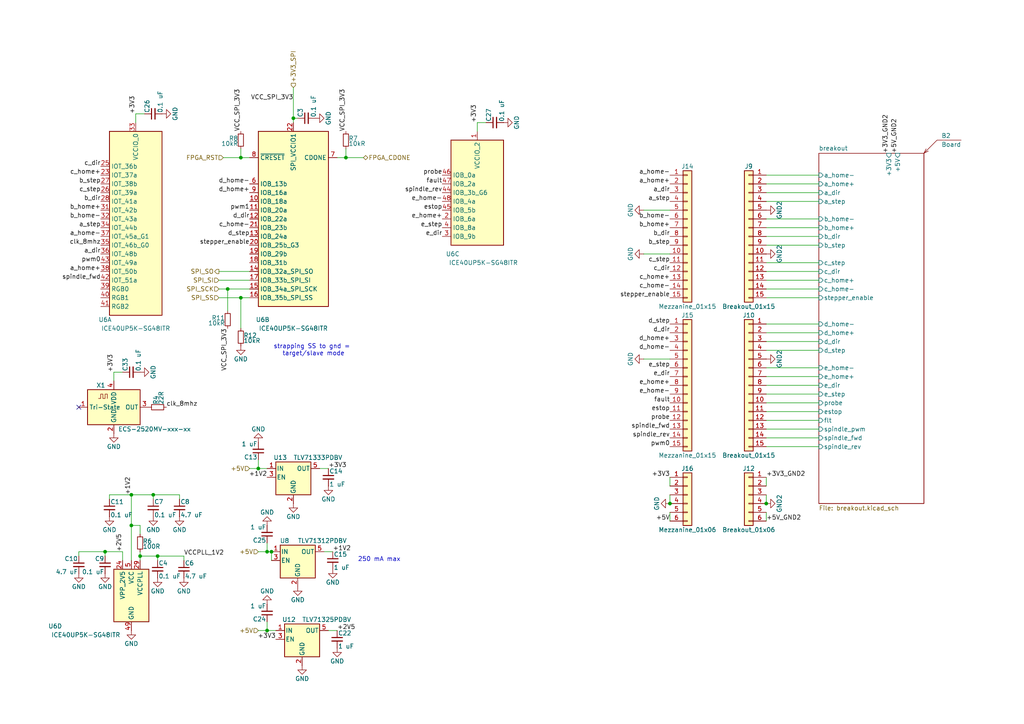
<source format=kicad_sch>
(kicad_sch (version 20231120) (generator "eeschema") (generator_version "8.0")
  (paper "A4")
  (lib_symbols
    (symbol "Connector_Generic:Conn_01x06" (pin_names (offset 1.016) hide)
      (property "Reference" "J" (at 0 7.62 0))
      (property "Value" "Conn_01x06" (at 0 -10.16 0))
      (symbol "Conn_01x06_1_1"
        (rectangle (start -1.27 -7.493) (end 0 -7.747) (stroke (width 0.1524)))
        (rectangle (start -1.27 -4.953) (end 0 -5.207) (stroke (width 0.1524)))
        (rectangle (start -1.27 -2.413) (end 0 -2.667) (stroke (width 0.1524)))
        (rectangle (start -1.27 0.127) (end 0 -0.127) (stroke (width 0.1524)))
        (rectangle (start -1.27 2.667) (end 0 2.413) (stroke (width 0.1524)))
        (rectangle (start -1.27 5.207) (end 0 4.953) (stroke (width 0.1524)))
        (rectangle (start -1.27 6.35) (end 1.27 -8.89) (stroke (width 0.254)) (fill (type background)))
        (pin passive line (at -5.08 5.08 0) (length 3.81) (name "Pin_1") (number "1"))
        (pin passive line (at -5.08 2.54 0) (length 3.81) (name "Pin_2") (number "2"))
        (pin passive line (at -5.08 0 0) (length 3.81) (name "Pin_3") (number "3"))
        (pin passive line (at -5.08 -2.54 0) (length 3.81) (name "Pin_4") (number "4"))
        (pin passive line (at -5.08 -5.08 0) (length 3.81) (name "Pin_5") (number "5"))
        (pin passive line (at -5.08 -7.62 0) (length 3.81) (name "Pin_6") (number "6"))
      )
    )
    (symbol "Connector_Generic:Conn_01x15" (pin_names (offset 1.016) hide)
      (property "Reference" "J" (at 0 20.32 0))
      (property "Value" "Conn_01x15" (at 0 -20.32 0))
      (symbol "Conn_01x15_1_1"
        (rectangle (start -1.27 -17.653) (end 0 -17.907) (stroke (width 0.1524)))
        (rectangle (start -1.27 -15.113) (end 0 -15.367) (stroke (width 0.1524)))
        (rectangle (start -1.27 -12.573) (end 0 -12.827) (stroke (width 0.1524)))
        (rectangle (start -1.27 -10.033) (end 0 -10.287) (stroke (width 0.1524)))
        (rectangle (start -1.27 -7.493) (end 0 -7.747) (stroke (width 0.1524)))
        (rectangle (start -1.27 -4.953) (end 0 -5.207) (stroke (width 0.1524)))
        (rectangle (start -1.27 -2.413) (end 0 -2.667) (stroke (width 0.1524)))
        (rectangle (start -1.27 0.127) (end 0 -0.127) (stroke (width 0.1524)))
        (rectangle (start -1.27 2.667) (end 0 2.413) (stroke (width 0.1524)))
        (rectangle (start -1.27 5.207) (end 0 4.953) (stroke (width 0.1524)))
        (rectangle (start -1.27 7.747) (end 0 7.493) (stroke (width 0.1524)))
        (rectangle (start -1.27 10.287) (end 0 10.033) (stroke (width 0.1524)))
        (rectangle (start -1.27 12.827) (end 0 12.573) (stroke (width 0.1524)))
        (rectangle (start -1.27 15.367) (end 0 15.113) (stroke (width 0.1524)))
        (rectangle (start -1.27 17.907) (end 0 17.653) (stroke (width 0.1524)))
        (rectangle (start -1.27 19.05) (end 1.27 -19.05) (stroke (width 0.254)) (fill (type background)))
        (pin passive line (at -5.08 17.78 0) (length 3.81) (name "Pin_1") (number "1"))
        (pin passive line (at -5.08 -5.08 0) (length 3.81) (name "Pin_10") (number "10"))
        (pin passive line (at -5.08 -7.62 0) (length 3.81) (name "Pin_11") (number "11"))
        (pin passive line (at -5.08 -10.16 0) (length 3.81) (name "Pin_12") (number "12"))
        (pin passive line (at -5.08 -12.7 0) (length 3.81) (name "Pin_13") (number "13"))
        (pin passive line (at -5.08 -15.24 0) (length 3.81) (name "Pin_14") (number "14"))
        (pin passive line (at -5.08 -17.78 0) (length 3.81) (name "Pin_15") (number "15"))
        (pin passive line (at -5.08 15.24 0) (length 3.81) (name "Pin_2") (number "2"))
        (pin passive line (at -5.08 12.7 0) (length 3.81) (name "Pin_3") (number "3"))
        (pin passive line (at -5.08 10.16 0) (length 3.81) (name "Pin_4") (number "4"))
        (pin passive line (at -5.08 7.62 0) (length 3.81) (name "Pin_5") (number "5"))
        (pin passive line (at -5.08 5.08 0) (length 3.81) (name "Pin_6") (number "6"))
        (pin passive line (at -5.08 2.54 0) (length 3.81) (name "Pin_7") (number "7"))
        (pin passive line (at -5.08 0 0) (length 3.81) (name "Pin_8") (number "8"))
        (pin passive line (at -5.08 -2.54 0) (length 3.81) (name "Pin_9") (number "9"))
      )
    )
    (symbol "Device:C_Small" (pin_numbers hide) (pin_names (offset 0.254) hide)
      (property "Reference" "C" (at 0.254 1.778 0))
      (property "Value" "C_Small" (at 0.254 -2.032 0))
      (symbol "C_Small_0_1"
        (polyline (pts (xy -1.524 -0.508) (xy 1.524 -0.508)) (stroke (width 0.3302)))
        (polyline (pts (xy -1.524 0.508) (xy 1.524 0.508)) (stroke (width 0.3048)))
      )
      (symbol "C_Small_1_1"
        (pin passive line (at 0 2.54 270) (length 2.032) (name "~") (number "1"))
        (pin passive line (at 0 -2.54 90) (length 2.032) (name "~") (number "2"))
      )
    )
    (symbol "Device:R_Small" (pin_numbers hide) (pin_names (offset 0.254) hide)
      (property "Reference" "R" (at 0.762 0.508 0))
      (property "Value" "R_Small" (at 0.762 -1.016 0))
      (symbol "R_Small_0_1"
        (rectangle (start -0.762 1.778) (end 0.762 -1.778) (stroke (width 0.2032)))
      )
      (symbol "R_Small_1_1"
        (pin passive line (at 0 2.54 270) (length 0.762) (name "~") (number "1"))
        (pin passive line (at 0 -2.54 90) (length 0.762) (name "~") (number "2"))
      )
    )
    (symbol "FPGA_Lattice:ICE40UP5K-SG48ITR"
      (property "Reference" "U" (at -8.89 -29.21 0))
      (property "Value" "ICE40UP5K-SG48ITR" (at 0 -31.75 0))
      (symbol "ICE40UP5K-SG48ITR_1_1"
        (rectangle (start -7.62 25.4) (end 7.62 -27.94) (stroke (width 0.254)) (fill (type background)))
        (pin bidirectional line (at -10.16 12.7 0) (length 2.54) (name "IOT_37a") (number "23"))
        (pin bidirectional line (at -10.16 15.24 0) (length 2.54) (name "IOT_36b") (number "25"))
        (pin bidirectional line (at -10.16 7.62 0) (length 2.54) (name "IOT_39a") (number "26"))
        (pin bidirectional line (at -10.16 10.16 0) (length 2.54) (name "IOT_38b") (number "27"))
        (pin bidirectional line (at -10.16 5.08 0) (length 2.54) (name "IOT_41a") (number "28"))
        (pin bidirectional line (at -10.16 2.54 0) (length 2.54) (name "IOT_42b") (number "31"))
        (pin bidirectional line (at -10.16 0 0) (length 2.54) (name "IOT_43a") (number "32"))
        (pin power_in line (at 0 27.94 270) (length 2.54) (name "VCCIO_0") (number "33"))
        (pin bidirectional line (at -10.16 -2.54 0) (length 2.54) (name "IOT_44b") (number "34"))
        (pin bidirectional line (at -10.16 -7.62 0) (length 2.54) (name "IOT_46b_G0") (number "35"))
        (pin bidirectional line (at -10.16 -10.16 0) (length 2.54) (name "IOT_48b") (number "36"))
        (pin bidirectional line (at -10.16 -5.08 0) (length 2.54) (name "IOT_45a_G1") (number "37"))
        (pin bidirectional line (at -10.16 -15.24 0) (length 2.54) (name "IOT_50b") (number "38"))
        (pin open_collector line (at -10.16 -20.32 0) (length 2.54) (name "RGB0") (number "39"))
        (pin open_collector line (at -10.16 -22.86 0) (length 2.54) (name "RGB1") (number "40"))
        (pin open_collector line (at -10.16 -25.4 0) (length 2.54) (name "RGB2") (number "41"))
        (pin bidirectional line (at -10.16 -17.78 0) (length 2.54) (name "IOT_51a") (number "42"))
        (pin bidirectional line (at -10.16 -12.7 0) (length 2.54) (name "IOT_49a") (number "43"))
      )
      (symbol "ICE40UP5K-SG48ITR_2_1"
        (rectangle (start -10.16 25.4) (end 10.16 -25.4) (stroke (width 0.254)) (fill (type background)))
        (pin bidirectional line (at -12.7 5.08 0) (length 2.54) (name "IOB_18a") (number "10"))
        (pin bidirectional line (at -12.7 2.54 0) (length 2.54) (name "IOB_20a") (number "11"))
        (pin bidirectional line (at -12.7 0 0) (length 2.54) (name "IOB_22a") (number "12"))
        (pin bidirectional line (at -12.7 -5.08 0) (length 2.54) (name "IOB_24a") (number "13"))
        (pin bidirectional line (at -12.7 -15.24 0) (length 2.54) (name "IOB_32a_SPI_SO") (number "14"))
        (pin bidirectional line (at -12.7 -20.32 0) (length 2.54) (name "IOB_34a_SPI_SCK") (number "15"))
        (pin bidirectional line (at -12.7 -22.86 0) (length 2.54) (name "IOB_35b_SPI_SS") (number "16"))
        (pin bidirectional line (at -12.7 -17.78 0) (length 2.54) (name "IOB_33b_SPI_SI") (number "17"))
        (pin bidirectional line (at -12.7 -12.7 0) (length 2.54) (name "IOB_31b") (number "18"))
        (pin bidirectional line (at -12.7 -10.16 0) (length 2.54) (name "IOB_29b") (number "19"))
        (pin bidirectional line (at -12.7 -7.62 0) (length 2.54) (name "IOB_25b_G3") (number "20"))
        (pin bidirectional line (at -12.7 -2.54 0) (length 2.54) (name "IOB_23b") (number "21"))
        (pin power_in line (at 0 27.94 270) (length 2.54) (name "SPI_VCCIO1") (number "22"))
        (pin bidirectional line (at -12.7 10.16 0) (length 2.54) (name "IOB_13b") (number "6"))
        (pin open_collector line (at 12.7 17.78 180) (length 2.54) (name "CDONE") (number "7"))
        (pin input line (at -12.7 17.78 0) (length 2.54) (name "~{CRESET}") (number "8"))
        (pin bidirectional line (at -12.7 7.62 0) (length 2.54) (name "IOB_16a") (number "9"))
      )
      (symbol "ICE40UP5K-SG48ITR_3_1"
        (rectangle (start -7.62 15.24) (end 7.62 -15.24) (stroke (width 0.254)) (fill (type background)))
        (pin power_in line (at 0 17.78 270) (length 2.54) (name "VCCIO_2") (number "1"))
        (pin bidirectional line (at -10.16 -7.62 0) (length 2.54) (name "IOB_6a") (number "2"))
        (pin bidirectional line (at -10.16 -12.7 0) (length 2.54) (name "IOB_9b") (number "3"))
        (pin bidirectional line (at -10.16 -10.16 0) (length 2.54) (name "IOB_8a") (number "4"))
        (pin bidirectional line (at -10.16 0 0) (length 2.54) (name "IOB_3b_G6") (number "44"))
        (pin bidirectional line (at -10.16 -5.08 0) (length 2.54) (name "IOB_5b") (number "45"))
        (pin bidirectional line (at -10.16 5.08 0) (length 2.54) (name "IOB_0a") (number "46"))
        (pin bidirectional line (at -10.16 2.54 0) (length 2.54) (name "IOB_2a") (number "47"))
        (pin bidirectional line (at -10.16 -2.54 0) (length 2.54) (name "IOB_4a") (number "48"))
      )
      (symbol "ICE40UP5K-SG48ITR_4_1"
        (rectangle (start -5.08 7.62) (end 5.08 -7.62) (stroke (width 0.254)) (fill (type background)))
        (pin power_in line (at -2.54 10.16 270) (length 2.54) (name "VPP_2V5") (number "24"))
        (pin power_out line (at 2.54 10.16 270) (length 2.54) (name "VCCPLL") (number "29"))
        (pin passive line (at 0 10.16 270) (length 2.54) hide (name "VCC") (number "30"))
        (pin power_in line (at 0 -10.16 90) (length 2.54) (name "GND") (number "49"))
        (pin power_in line (at 0 10.16 270) (length 2.54) (name "VCC") (number "5"))
      )
    )
    (symbol "GND_3" (power) (pin_numbers hide) (pin_names (offset 0) hide)
      (property "Value" "GND" (at 0 -3.81 0))
      (symbol "GND_3_0_1"
        (polyline (pts (xy 0 0) (xy 0 -1.27) (xy 1.27 -1.27) (xy 0 -2.54) (xy -1.27 -1.27) (xy 0 -1.27)))
      )
      (symbol "GND_3_1_1"
        (pin power_in line (at 0 0 270) (length 0) (name "~") (number "1"))
      )
    )
    (symbol "Oscillator:ECS-2520MV-xxx-xx"
      (property "Reference" "X" (at -5.08 6.35 0))
      (property "Value" "ECS-2520MV-xxx-xx" (at 1.27 -6.35 0))
      (symbol "ECS-2520MV-xxx-xx_0_1"
        (rectangle (start -7.62 5.08) (end 7.62 -5.08) (stroke (width 0.254)) (fill (type background)))
        (polyline (pts (xy -4.445 2.54) (xy -3.81 2.54) (xy -3.81 3.81) (xy -3.175 3.81) (xy -3.175 2.54) (xy -2.54 2.54) (xy -2.54 3.81) (xy -1.905 3.81) (xy -1.905 2.54)))
      )
      (symbol "ECS-2520MV-xxx-xx_1_1"
        (pin input line (at -10.16 0 0) (length 2.54) (name "Tri-State") (number "1"))
        (pin power_in line (at 0 -7.62 90) (length 2.54) (name "GND") (number "2"))
        (pin output line (at 10.16 0 180) (length 2.54) (name "OUT") (number "3"))
        (pin power_in line (at 0 7.62 270) (length 2.54) (name "VDD") (number "4"))
      )
    )
    (symbol "PCM_kikit:Board" (in_bom no)
      (property "Reference" "B" (at 5.08 5.08 0))
      (property "Value" "Board" (at 5.08 2.54 0))
      (symbol "Board_0_1"
        (polyline (pts (xy 0 0) (xy 3.81 3.81) (xy 10.795 3.81)) (stroke (width 0.1524)))
        (polyline (pts (xy 0.635 1.27) (xy 0 0) (xy 1.27 0.635)) (stroke (width 0.1524)))
      )
    )
    (symbol "Regulator_Linear:TLV71312PDBV" (pin_names (offset 0.254))
      (property "Reference" "U" (at -3.81 5.715 0))
      (property "Value" "TLV71312PDBV" (at 0 5.715 0))
      (symbol "TLV71312PDBV_0_1"
        (rectangle (start -5.08 4.445) (end 5.08 -5.08) (stroke (width 0.254)) (fill (type background)))
      )
      (symbol "TLV71312PDBV_1_1"
        (pin power_in line (at -7.62 2.54 0) (length 2.54) (name "IN") (number "1"))
        (pin power_in line (at 0 -7.62 90) (length 2.54) (name "GND") (number "2"))
        (pin input line (at -7.62 0 0) (length 2.54) (name "EN") (number "3"))
        (pin no_connect line (at 5.08 0 180) (length 2.54) hide (name "NC") (number "4"))
        (pin power_out line (at 7.62 2.54 180) (length 2.54) (name "OUT") (number "5"))
      )
    )
    (symbol "Regulator_Linear:TLV71325PDBV" (pin_names (offset 0.254))
      (property "Reference" "U" (at -3.81 5.715 0))
      (property "Value" "TLV71325PDBV" (at 0 5.715 0))
      (symbol "TLV71325PDBV_0_1"
        (rectangle (start -5.08 4.445) (end 5.08 -5.08) (stroke (width 0.254)) (fill (type background)))
      )
      (symbol "TLV71325PDBV_1_1"
        (pin power_in line (at -7.62 2.54 0) (length 2.54) (name "IN") (number "1"))
        (pin power_in line (at 0 -7.62 90) (length 2.54) (name "GND") (number "2"))
        (pin input line (at -7.62 0 0) (length 2.54) (name "EN") (number "3"))
        (pin no_connect line (at 5.08 0 180) (length 2.54) hide (name "NC") (number "4"))
        (pin power_out line (at 7.62 2.54 180) (length 2.54) (name "OUT") (number "5"))
      )
    )
    (symbol "Regulator_Linear:TLV71333PDBV" (pin_names (offset 0.254))
      (property "Reference" "U" (at -3.81 5.715 0))
      (property "Value" "TLV71333PDBV" (at 0 5.715 0))
      (symbol "TLV71333PDBV_0_1"
        (rectangle (start -5.08 4.445) (end 5.08 -5.08) (stroke (width 0.254)) (fill (type background)))
      )
      (symbol "TLV71333PDBV_1_1"
        (pin power_in line (at -7.62 2.54 0) (length 2.54) (name "IN") (number "1"))
        (pin power_in line (at 0 -7.62 90) (length 2.54) (name "GND") (number "2"))
        (pin input line (at -7.62 0 0) (length 2.54) (name "EN") (number "3"))
        (pin no_connect line (at 5.08 0 180) (length 2.54) hide (name "NC") (number "4"))
        (pin power_out line (at 7.62 2.54 180) (length 2.54) (name "OUT") (number "5"))
      )
    )
    (symbol "power:GND" (power) (pin_numbers hide) (pin_names (offset 0) hide)
      (property "Value" "GND" (at 0 -3.81 0))
      (symbol "GND_0_1"
        (polyline (pts (xy 0 0) (xy 0 -1.27) (xy 1.27 -1.27) (xy 0 -2.54) (xy -1.27 -1.27) (xy 0 -1.27)))
      )
      (symbol "GND_1_1"
        (pin power_in line (at 0 0 270) (length 0) (name "~") (number "1"))
      )
    )
    (symbol "power:GND2" (power) (pin_numbers hide) (pin_names (offset 0) hide)
      (property "Value" "GND2" (at 0 -3.81 0))
      (symbol "GND2_0_1"
        (polyline (pts (xy 0 0) (xy 0 -1.27) (xy 1.27 -1.27) (xy 0 -2.54) (xy -1.27 -1.27) (xy 0 -1.27)))
      )
      (symbol "GND2_1_1"
        (pin power_in line (at 0 0 270) (length 0) (name "~") (number "1"))
      )
    )
  )
  (junction (at 44.45 143.51))
  (junction (at 66.04 83.82))
  (junction (at 77.47 182.88))
  (junction (at 222.25 146.05))
  (junction (at 78.74 160.02))
  (junction (at 74.93 135.89))
  (junction (at 38.1 152.4))
  (junction (at 69.85 45.72))
  (junction (at 40.64 161.29))
  (junction (at 30.48 160.02))
  (junction (at 100.33 45.72))
  (junction (at 38.1 143.51))
  (junction (at 45.72 161.29))
  (junction (at 69.85 86.36))
  (junction (at 194.31 146.05))
  (junction (at 77.47 160.02))
  (junction (at 85.09 34.29))
  (no_connect (at 22.86 118.11))
  (wire (pts (xy 66.04 83.82) (xy 72.39 83.82)))
  (wire (pts (xy 222.25 58.42) (xy 237.49 58.42)))
  (wire (pts (xy 40.64 160.02) (xy 40.64 161.29)))
  (wire (pts (xy 69.85 45.72) (xy 72.39 45.72)))
  (wire (pts (xy 64.77 45.72) (xy 69.85 45.72)))
  (wire (pts (xy 30.48 160.02) (xy 30.48 161.29)))
  (wire (pts (xy 222.25 71.12) (xy 237.49 71.12)))
  (wire (pts (xy 222.25 81.28) (xy 237.49 81.28)))
  (wire (pts (xy 222.25 124.46) (xy 237.49 124.46)))
  (wire (pts (xy 66.04 90.17) (xy 66.04 83.82)))
  (wire (pts (xy 222.25 106.68) (xy 237.49 106.68)))
  (wire (pts (xy 31.75 143.51) (xy 38.1 143.51)))
  (wire (pts (xy 44.45 143.51) (xy 52.07 143.51)))
  (wire (pts (xy 22.86 160.02) (xy 22.86 161.29)))
  (wire (pts (xy 186.69 73.66) (xy 194.31 73.66)))
  (wire (pts (xy 74.93 160.02) (xy 77.47 160.02)))
  (wire (pts (xy 33.02 107.95) (xy 33.02 110.49)))
  (wire (pts (xy 40.64 152.4) (xy 38.1 152.4)))
  (wire (pts (xy 35.56 160.02) (xy 30.48 160.02)))
  (wire (pts (xy 40.64 161.29) (xy 40.64 162.56)))
  (wire (pts (xy 92.71 135.89) (xy 95.25 135.89)))
  (wire (pts (xy 186.69 60.96) (xy 194.31 60.96)))
  (wire (pts (xy 85.09 25.4) (xy 85.09 34.29)))
  (wire (pts (xy 74.93 182.88) (xy 77.47 182.88)))
  (wire (pts (xy 222.25 93.98) (xy 237.49 93.98)))
  (wire (pts (xy 95.25 182.88) (xy 97.79 182.88)))
  (wire (pts (xy 222.25 121.92) (xy 237.49 121.92)))
  (wire (pts (xy 63.5 86.36) (xy 69.85 86.36)))
  (wire (pts (xy 222.25 86.36) (xy 237.49 86.36)))
  (wire (pts (xy 35.56 160.02) (xy 35.56 162.56)))
  (wire (pts (xy 222.25 63.5) (xy 237.49 63.5)))
  (wire (pts (xy 38.1 143.51) (xy 38.1 152.4)))
  (wire (pts (xy 45.72 161.29) (xy 45.72 162.56)))
  (wire (pts (xy 77.47 160.02) (xy 78.74 160.02)))
  (wire (pts (xy 222.25 96.52) (xy 237.49 96.52)))
  (wire (pts (xy 44.45 143.51) (xy 44.45 144.78)))
  (wire (pts (xy 100.33 43.18) (xy 100.33 45.72)))
  (wire (pts (xy 38.1 152.4) (xy 38.1 162.56)))
  (wire (pts (xy 222.25 101.6) (xy 237.49 101.6)))
  (wire (pts (xy 222.25 111.76) (xy 237.49 111.76)))
  (wire (pts (xy 222.25 114.3) (xy 237.49 114.3)))
  (wire (pts (xy 222.25 78.74) (xy 237.49 78.74)))
  (wire (pts (xy 63.5 78.74) (xy 72.39 78.74)))
  (wire (pts (xy 77.47 157.48) (xy 77.47 160.02)))
  (wire (pts (xy 222.25 53.34) (xy 237.49 53.34)))
  (wire (pts (xy 222.25 148.59) (xy 222.25 151.13)))
  (wire (pts (xy 222.25 116.84) (xy 237.49 116.84)))
  (wire (pts (xy 222.25 76.2) (xy 237.49 76.2)))
  (wire (pts (xy 66.04 83.82) (xy 63.5 83.82)))
  (wire (pts (xy 69.85 86.36) (xy 69.85 95.25)))
  (wire (pts (xy 40.64 161.29) (xy 45.72 161.29)))
  (wire (pts (xy 222.25 66.04) (xy 237.49 66.04)))
  (wire (pts (xy 77.47 180.34) (xy 77.47 182.88)))
  (wire (pts (xy 45.72 161.29) (xy 53.34 161.29)))
  (wire (pts (xy 222.25 83.82) (xy 237.49 83.82)))
  (wire (pts (xy 93.98 160.02) (xy 96.52 160.02)))
  (wire (pts (xy 222.25 55.88) (xy 237.49 55.88)))
  (wire (pts (xy 78.74 160.02) (xy 78.74 162.56)))
  (wire (pts (xy 222.25 143.51) (xy 222.25 146.05)))
  (wire (pts (xy 63.5 81.28) (xy 72.39 81.28)))
  (wire (pts (xy 186.69 104.14) (xy 194.31 104.14)))
  (wire (pts (xy 100.33 45.72) (xy 97.79 45.72)))
  (wire (pts (xy 72.39 135.89) (xy 74.93 135.89)))
  (wire (pts (xy 194.31 148.59) (xy 194.31 151.13)))
  (wire (pts (xy 77.47 182.88) (xy 80.01 182.88)))
  (wire (pts (xy 194.31 143.51) (xy 194.31 146.05)))
  (wire (pts (xy 222.25 127) (xy 237.49 127)))
  (wire (pts (xy 138.43 35.56) (xy 140.97 35.56)))
  (wire (pts (xy 222.25 68.58) (xy 237.49 68.58)))
  (wire (pts (xy 53.34 161.29) (xy 53.34 162.56)))
  (wire (pts (xy 52.07 143.51) (xy 52.07 144.78)))
  (wire (pts (xy 74.93 135.89) (xy 77.47 135.89)))
  (wire (pts (xy 222.25 109.22) (xy 237.49 109.22)))
  (wire (pts (xy 33.02 107.95) (xy 35.56 107.95)))
  (wire (pts (xy 194.31 138.43) (xy 194.31 140.97)))
  (wire (pts (xy 222.25 119.38) (xy 237.49 119.38)))
  (wire (pts (xy 69.85 86.36) (xy 72.39 86.36)))
  (wire (pts (xy 138.43 35.56) (xy 138.43 38.1)))
  (wire (pts (xy 31.75 144.78) (xy 31.75 143.51)))
  (wire (pts (xy 39.37 33.02) (xy 39.37 35.56)))
  (wire (pts (xy 74.93 133.35) (xy 74.93 135.89)))
  (wire (pts (xy 69.85 43.18) (xy 69.85 45.72)))
  (wire (pts (xy 85.09 34.29) (xy 85.09 35.56)))
  (wire (pts (xy 100.33 45.72) (xy 105.41 45.72)))
  (wire (pts (xy 85.09 34.29) (xy 86.36 34.29)))
  (wire (pts (xy 222.25 129.54) (xy 237.49 129.54)))
  (wire (pts (xy 40.64 154.94) (xy 40.64 152.4)))
  (wire (pts (xy 222.25 99.06) (xy 237.49 99.06)))
  (wire (pts (xy 222.25 50.8) (xy 237.49 50.8)))
  (wire (pts (xy 222.25 138.43) (xy 222.25 140.97)))
  (wire (pts (xy 38.1 143.51) (xy 44.45 143.51)))
  (wire (pts (xy 39.37 33.02) (xy 41.91 33.02)))
  (wire (pts (xy 30.48 160.02) (xy 22.86 160.02)))
  (text "strapping SS to gnd = \ntarget/slave mode" (at 90.932 101.6 0) (effects (font (size 1.27 1.27))))
  (text "250 mA max" (at 109.982 162.306 0) (effects (font (size 1.27 1.27))))
  (label "+2V5" (at 97.79 182.88 0))
  (label "e_dir" (at 194.31 109.22 180))
  (label "+3V3" (at 95.25 135.89 0))
  (label "spindle_fwd" (at 29.21 81.28 180))
  (label "a_home-" (at 194.31 50.8 180))
  (label "b_dir" (at 29.21 58.42 180))
  (label "probe" (at 128.27 50.8 180))
  (label "e_step" (at 128.27 66.04 180))
  (label "pwm0" (at 194.31 129.54 180))
  (label "b_home-" (at 194.31 63.5 180))
  (label "+3V3" (at 39.37 33.02 90))
  (label "+3V3_GND2" (at 222.25 138.43 0))
  (label "e_home-" (at 128.27 58.42 180))
  (label "e_dir" (at 128.27 68.58 180))
  (label "c_home-" (at 72.39 66.04 180))
  (label "a_home+" (at 194.31 53.34 180))
  (label "+5V" (at 194.31 151.13 180))
  (label "c_home+" (at 29.21 50.8 180))
  (label "c_step" (at 29.21 55.88 180))
  (label "+3V3" (at 33.02 107.95 90))
  (label "stepper_enable" (at 194.31 86.36 180))
  (label "+3V3" (at 138.43 35.56 90))
  (label "+3V3" (at 80.01 185.42 180))
  (label "a_step" (at 29.21 66.04 180))
  (label "b_step" (at 29.21 53.34 180))
  (label "spindle_rev" (at 194.31 127 180))
  (label "d_home+" (at 194.31 99.06 180))
  (label "+5V_GND2" (at 260.35 44.45 90))
  (label "pwm0" (at 29.21 76.2 180))
  (label "a_step" (at 194.31 58.42 180))
  (label "b_home+" (at 29.21 60.96 180))
  (label "+1V2" (at 38.1 143.51 90))
  (label "a_dir" (at 29.21 73.66 180))
  (label "d_step" (at 194.31 93.98 180))
  (label "+1V2" (at 96.52 160.02 0))
  (label "d_home+" (at 72.39 55.88 180))
  (label "VCCPLL_1V2" (at 53.34 161.29 0))
  (label "estop" (at 194.31 119.38 180))
  (label "probe" (at 194.31 121.92 180))
  (label "e_home+" (at 194.31 111.76 180))
  (label "VCC_SPI_3V3" (at 69.85 38.1 90))
  (label "d_dir" (at 194.31 96.52 180))
  (label "spindle_rev" (at 128.27 55.88 180))
  (label "e_home+" (at 128.27 63.5 180))
  (label "a_home+" (at 29.21 78.74 180))
  (label "fault" (at 128.27 53.34 180))
  (label "b_dir" (at 194.31 68.58 180))
  (label "c_home-" (at 194.31 83.82 180))
  (label "d_home-" (at 194.31 101.6 180))
  (label "d_step" (at 72.39 68.58 180))
  (label "c_dir" (at 29.21 48.26 180))
  (label "a_home-" (at 29.21 68.58 180))
  (label "spindle_fwd" (at 194.31 124.46 180))
  (label "c_step" (at 194.31 76.2 180))
  (label "estop" (at 128.27 60.96 180))
  (label "+2V5" (at 35.56 160.02 90))
  (label "b_step" (at 194.31 71.12 180))
  (label "VCC_SPI_3V3" (at 66.04 95.25 270))
  (label "b_home-" (at 29.21 63.5 180))
  (label "c_home+" (at 194.31 81.28 180))
  (label "e_step" (at 194.31 106.68 180))
  (label "+3V3_GND2" (at 257.81 44.45 90))
  (label "VCC_SPI_3V3" (at 100.33 38.1 90))
  (label "b_home+" (at 194.31 66.04 180))
  (label "e_home-" (at 194.31 114.3 180))
  (label "pwm1" (at 72.39 60.96 180))
  (label "fault" (at 194.31 116.84 180))
  (label "d_home-" (at 72.39 53.34 180))
  (label "clk_8mhz" (at 29.21 71.12 180))
  (label "+1V2" (at 77.47 138.43 180))
  (label "d_dir" (at 72.39 63.5 180))
  (label "+5V_GND2" (at 222.25 151.13 0))
  (label "VCC_SPI_3V3" (at 85.09 29.21 180))
  (label "stepper_enable" (at 72.39 71.12 180))
  (label "clk_8mhz" (at 48.26 118.11 0))
  (label "a_dir" (at 194.31 55.88 180))
  (label "+3V3" (at 194.31 138.43 180))
  (label "c_dir" (at 194.31 78.74 180))
  (hierarchical_label "+3V3_SPI" (shape input) (at 85.09 25.4 90))
  (hierarchical_label "SPI_SCK" (shape input) (at 63.5 83.82 180))
  (hierarchical_label "+5V" (shape input) (at 74.93 182.88 180))
  (hierarchical_label "SPI_SS" (shape input) (at 63.5 86.36 180))
  (hierarchical_label "+5V" (shape input) (at 72.39 135.89 180))
  (hierarchical_label "+5V" (shape input) (at 74.93 160.02 180))
  (hierarchical_label "FPGA_CDONE" (shape bidirectional) (at 105.41 45.72 0))
  (hierarchical_label "SPI_SO" (shape output) (at 63.5 78.74 180))
  (hierarchical_label "SPI_SI" (shape input) (at 63.5 81.28 180))
  (hierarchical_label "FPGA_RST" (shape input) (at 64.77 45.72 180))
  (symbol (lib_id "Connector_Generic:Conn_01x15") (at 217.17 111.76 0) (mirror y) (unit 1)
    (property "Reference" "J10" (at 217.17 91.44 0))
    (property "Value" "Breakout_01x15" (at 217.17 132.08 0))
    (property "Footprint" "Connector_PinSocket_2.54mm:PinSocket_1x15_P2.54mm_Vertical" (effects (hide yes)))
    (property "Description" "Generic connector, single row, 01x15, script generated (kicad-library-utils/schlib/autogen/connector/)" (effects (hide yes)))
  )
  (symbol (lib_id "Device:C_Small") (at 44.45 33.02 90) (unit 1)
    (property "Reference" "C26" (at 42.672 32.766 0) (effects (justify left)))
    (property "Value" "0.1 uF" (at 46.482 32.766 0) (effects (justify left)))
    (property "Footprint" "Capacitor_SMD:C_0402_1005Metric" (effects (hide yes)))
    (property "Description" "Unpolarized capacitor, small symbol" (effects (hide yes)))
  )
  (symbol (lib_id "Device:C_Small") (at 44.45 147.32 0) (unit 1)
    (property "Reference" "C7" (at 44.704 145.542 0) (effects (justify left)))
    (property "Value" "0.1 uF" (at 44.704 149.352 0) (effects (justify left)))
    (property "Footprint" "Capacitor_SMD:C_0402_1005Metric" (effects (hide yes)))
    (property "Description" "Unpolarized capacitor, small symbol" (effects (hide yes)))
  )
  (symbol (lib_id "power:GND") (at 91.44 34.29 90) (unit 1)
    (property "Reference" "#PWR03" (effects (hide yes)))
    (property "Value" "GND" (at 95.25 34.29 0))
    (property "Description" "Power symbol creates a global label with name \"GND\" , ground" (effects (hide yes)))
  )
  (symbol (lib_id "power:GND") (at 31.75 149.86 0) (unit 1)
    (property "Reference" "#PWR026" (effects (hide yes)))
    (property "Value" "GND" (at 31.75 153.67 0))
    (property "Description" "Power symbol creates a global label with name \"GND\" , ground" (effects (hide yes)))
  )
  (symbol (lib_id "FPGA_Lattice:ICE40UP5K-SG48ITR") (at 38.1 172.72 0) (unit 4)
    (property "Reference" "U6" (at 16.002 181.61 0))
    (property "Value" "ICE40UP5K-SG48ITR" (at 24.892 184.15 0))
    (property "Footprint" "Package_DFN_QFN:QFN-48-1EP_7x7mm_P0.5mm_EP5.6x5.6mm" (effects (hide yes)))
    (property "Datasheet" "http://www.latticesemi.com/Products/FPGAandCPLD/iCE40Ultra" (effects (hide yes)))
    (property "Description" "iCE40 UltraPlus FPGA, 5280 LUTs, 1.2V, 48-pin QFN" (effects (hide yes)))
  )
  (symbol (lib_id "power:GND") (at 44.45 149.86 0) (unit 1)
    (property "Reference" "#PWR010" (effects (hide yes)))
    (property "Value" "GND" (at 44.45 153.67 0))
    (property "Description" "Power symbol creates a global label with name \"GND\" , ground" (effects (hide yes)))
  )
  (symbol (lib_id "Device:R_Small") (at 69.85 97.79 0) (unit 1)
    (property "Reference" "R12" (at 70.612 97.282 0) (effects (justify left)))
    (property "Value" "10kR" (at 70.612 98.806 0) (effects (justify left)))
    (property "Footprint" "Resistor_SMD:R_0402_1005Metric" (effects (hide yes)))
    (property "Description" "Resistor, small symbol" (effects (hide yes)))
  )
  (symbol (lib_id "Device:R_Small") (at 66.04 92.71 0) (mirror y) (unit 1)
    (property "Reference" "R11" (at 65.278 92.202 0) (effects (justify left)))
    (property "Value" "10kR" (at 65.278 93.726 0) (effects (justify left)))
    (property "Footprint" "Resistor_SMD:R_0402_1005Metric" (effects (hide yes)))
    (property "Description" "Resistor, small symbol" (effects (hide yes)))
  )
  (symbol (lib_id "power:GND") (at 45.72 167.64 0) (unit 1)
    (property "Reference" "#PWR08" (effects (hide yes)))
    (property "Value" "GND" (at 45.72 171.45 0))
    (property "Description" "Power symbol creates a global label with name \"GND\" , ground" (effects (hide yes)))
  )
  (symbol (lib_name "GND_3") (lib_id "power:GND") (at 95.25 140.97 0) (unit 1)
    (property "Reference" "#PWR029" (effects (hide yes)))
    (property "Value" "GND" (at 95.25 144.78 0))
    (property "Description" "Power symbol creates a global label with name \"GND\" , ground" (effects (hide yes)))
  )
  (symbol (lib_id "power:GND") (at 33.02 125.73 0) (unit 1)
    (property "Reference" "#PWR068" (effects (hide yes)))
    (property "Value" "GND" (at 33.02 129.54 0))
    (property "Description" "Power symbol creates a global label with name \"GND\" , ground" (effects (hide yes)))
  )
  (symbol (lib_id "power:GND2") (at 222.25 146.05 90) (unit 1)
    (property "Reference" "#PWR080" (effects (hide yes)))
    (property "Value" "GND2" (at 226.06 146.05 0))
    (property "Description" "Power symbol creates a global label with name \"GND2\" , ground" (effects (hide yes)))
  )
  (symbol (lib_id "Device:C_Small") (at 88.9 34.29 90) (unit 1)
    (property "Reference" "C3" (at 87.122 34.036 0) (effects (justify left)))
    (property "Value" "0.1 uF" (at 90.932 34.036 0) (effects (justify left)))
    (property "Footprint" "Capacitor_SMD:C_0402_1005Metric" (effects (hide yes)))
    (property "Description" "Unpolarized capacitor, small symbol" (effects (hide yes)))
  )
  (symbol (lib_id "Device:C_Small") (at 74.93 130.81 180) (unit 1)
    (property "Reference" "C13" (at 74.676 132.588 0) (effects (justify left)))
    (property "Value" "1 uF" (at 74.676 128.778 0) (effects (justify left)))
    (property "Footprint" "Capacitor_SMD:C_0402_1005Metric" (effects (hide yes)))
    (property "Description" "Unpolarized capacitor, small symbol" (effects (hide yes)))
  )
  (symbol (lib_id "Connector_Generic:Conn_01x15") (at 217.17 68.58 0) (mirror y) (unit 1)
    (property "Reference" "J9" (at 217.17 48.26 0))
    (property "Value" "Breakout_01x15" (at 217.17 88.9 0))
    (property "Footprint" "Connector_PinSocket_2.54mm:PinSocket_1x15_P2.54mm_Vertical" (effects (hide yes)))
    (property "Description" "Generic connector, single row, 01x15, script generated (kicad-library-utils/schlib/autogen/connector/)" (effects (hide yes)))
  )
  (symbol (lib_id "power:GND") (at 22.86 166.37 0) (mirror y) (unit 1)
    (property "Reference" "#PWR015" (effects (hide yes)))
    (property "Value" "GND" (at 22.86 170.18 0))
    (property "Description" "Power symbol creates a global label with name \"GND\" , ground" (effects (hide yes)))
  )
  (symbol (lib_id "Device:C_Small") (at 77.47 177.8 180) (unit 1)
    (property "Reference" "C24" (at 77.216 179.578 0) (effects (justify left)))
    (property "Value" "1 uF" (at 77.216 175.768 0) (effects (justify left)))
    (property "Footprint" "Capacitor_SMD:C_0402_1005Metric" (effects (hide yes)))
    (property "Description" "Unpolarized capacitor, small symbol" (effects (hide yes)))
  )
  (symbol (lib_id "Device:R_Small") (at 69.85 40.64 0) (mirror y) (unit 1)
    (property "Reference" "R8" (at 69.088 40.132 0) (effects (justify left)))
    (property "Value" "10kR" (at 69.088 41.656 0) (effects (justify left)))
    (property "Footprint" "Resistor_SMD:R_0402_1005Metric" (effects (hide yes)))
    (property "Description" "Resistor, small symbol" (effects (hide yes)))
  )
  (symbol (lib_id "power:GND") (at 146.05 35.56 90) (unit 1)
    (property "Reference" "#PWR038" (effects (hide yes)))
    (property "Value" "GND" (at 149.86 35.56 0))
    (property "Description" "Power symbol creates a global label with name \"GND\" , ground" (effects (hide yes)))
  )
  (symbol (lib_id "power:GND") (at 69.85 100.33 0) (unit 1)
    (property "Reference" "#PWR016" (effects (hide yes)))
    (property "Value" "GND" (at 69.85 104.14 0))
    (property "Description" "Power symbol creates a global label with name \"GND\" , ground" (effects (hide yes)))
  )
  (symbol (lib_id "power:GND2") (at 222.25 60.96 90) (unit 1)
    (property "Reference" "#PWR078" (effects (hide yes)))
    (property "Value" "GND2" (at 226.06 60.96 0))
    (property "Description" "Power symbol creates a global label with name \"GND2\" , ground" (effects (hide yes)))
  )
  (symbol (lib_id "Device:C_Small") (at 97.79 185.42 0) (unit 1)
    (property "Reference" "C22" (at 98.044 183.642 0) (effects (justify left)))
    (property "Value" "1 uF" (at 98.044 187.452 0) (effects (justify left)))
    (property "Footprint" "Capacitor_SMD:C_0402_1005Metric" (effects (hide yes)))
    (property "Description" "Unpolarized capacitor, small symbol" (effects (hide yes)))
  )
  (symbol (lib_id "power:GND") (at 40.64 107.95 90) (unit 1)
    (property "Reference" "#PWR054" (effects (hide yes)))
    (property "Value" "GND" (at 44.45 107.95 0))
    (property "Description" "Power symbol creates a global label with name \"GND\" , ground" (effects (hide yes)))
  )
  (symbol (lib_id "Device:R_Small") (at 45.72 118.11 90) (unit 1)
    (property "Reference" "R4" (at 45.212 117.348 0) (effects (justify left)))
    (property "Value" "22R" (at 46.736 117.348 0) (effects (justify left)))
    (property "Footprint" "Resistor_SMD:R_0402_1005Metric" (effects (hide yes)))
    (property "Description" "Resistor, small symbol" (effects (hide yes)))
  )
  (symbol (lib_id "Device:C_Small") (at 53.34 165.1 0) (unit 1)
    (property "Reference" "C6" (at 53.594 163.322 0) (effects (justify left)))
    (property "Value" "4.7 uF" (at 53.594 167.132 0) (effects (justify left)))
    (property "Footprint" "Capacitor_SMD:C_0805_2012Metric" (effects (hide yes)))
    (property "Description" "Unpolarized capacitor, small symbol" (effects (hide yes)))
  )
  (symbol (lib_id "power:GND2") (at 222.25 73.66 90) (unit 1)
    (property "Reference" "#PWR077" (effects (hide yes)))
    (property "Value" "GND2" (at 226.06 73.66 0))
    (property "Description" "Power symbol creates a global label with name \"GND2\" , ground" (effects (hide yes)))
  )
  (symbol (lib_id "power:GND") (at 186.69 73.66 270) (unit 1)
    (property "Reference" "#PWR083" (effects (hide yes)))
    (property "Value" "GND" (at 182.88 73.66 0))
    (property "Description" "Power symbol creates a global label with name \"GND\" , ground" (effects (hide yes)))
  )
  (symbol (lib_id "Device:C_Small") (at 38.1 107.95 90) (unit 1)
    (property "Reference" "C33" (at 36.322 107.696 0) (effects (justify left)))
    (property "Value" "0.1 uF" (at 40.132 107.696 0) (effects (justify left)))
    (property "Footprint" "Capacitor_SMD:C_0402_1005Metric" (effects (hide yes)))
    (property "Description" "Unpolarized capacitor, small symbol" (effects (hide yes)))
  )
  (symbol (lib_id "Device:C_Small") (at 143.51 35.56 90) (unit 1)
    (property "Reference" "C27" (at 141.732 35.306 0) (effects (justify left)))
    (property "Value" "0.1 uF" (at 145.542 35.306 0) (effects (justify left)))
    (property "Footprint" "Capacitor_SMD:C_0402_1005Metric" (effects (hide yes)))
    (property "Description" "Unpolarized capacitor, small symbol" (effects (hide yes)))
  )
  (symbol (lib_id "Regulator_Linear:TLV71333PDBV") (at 85.09 138.43 0) (unit 1)
    (property "Reference" "U13" (at 81.28 132.715 0))
    (property "Value" "TLV71333PDBV" (at 85.09 132.715 0) (effects (justify left)))
    (property "Footprint" "Package_TO_SOT_SMD:SOT-23-5" (effects (hide yes)))
    (property "Datasheet" "http://www.ti.com/lit/ds/symlink/tlv713p.pdf" (effects (hide yes)))
    (property "Description" "150mA Low Dropout Voltage Regulator, Fixed Output 3.3V, SOT-23-5" (effects (hide yes)))
  )
  (symbol (lib_name "GND_3") (lib_id "power:GND") (at 77.47 152.4 180) (unit 1)
    (property "Reference" "#PWR036" (effects (hide yes)))
    (property "Value" "GND" (at 77.47 148.59 0))
    (property "Description" "Power symbol creates a global label with name \"GND\" , ground" (effects (hide yes)))
  )
  (symbol (lib_id "Device:C_Small") (at 45.72 165.1 0) (unit 1)
    (property "Reference" "C4" (at 45.974 163.322 0) (effects (justify left)))
    (property "Value" "0.1 uF" (at 45.974 167.132 0) (effects (justify left)))
    (property "Footprint" "Capacitor_SMD:C_0402_1005Metric" (effects (hide yes)))
    (property "Description" "Unpolarized capacitor, small symbol" (effects (hide yes)))
  )
  (symbol (lib_id "Connector_Generic:Conn_01x15") (at 199.39 68.58 0) (unit 1)
    (property "Reference" "J14" (at 199.39 48.26 0))
    (property "Value" "Mezzanine_01x15" (at 199.39 88.9 0))
    (property "Footprint" "Connector_PinHeader_2.54mm:PinHeader_1x15_P2.54mm_Vertical_SMD_Pin1Left" (effects (hide yes)))
    (property "Description" "Generic connector, single row, 01x15, script generated (kicad-library-utils/schlib/autogen/connector/)" (effects (hide yes)))
  )
  (symbol (lib_id "Device:C_Small") (at 95.25 138.43 0) (unit 1)
    (property "Reference" "C14" (at 95.504 136.652 0) (effects (justify left)))
    (property "Value" "1 uF" (at 95.504 140.462 0) (effects (justify left)))
    (property "Footprint" "Capacitor_SMD:C_0402_1005Metric" (effects (hide yes)))
    (property "Description" "Unpolarized capacitor, small symbol" (effects (hide yes)))
  )
  (symbol (lib_id "PCM_kikit:Board") (at 267.97 44.45 0) (unit 1) (in_bom no)
    (property "Reference" "B2" (at 273.05 39.37 0) (effects (justify left)))
    (property "Value" "Board" (at 273.05 41.91 0) (effects (justify left)))
    (property "Footprint" "PCM_kikit:Board" (effects (hide yes)))
    (property "Description" "KiKit Board annotations" (effects (hide yes)))
  )
  (symbol (lib_id "Device:R_Small") (at 100.33 40.64 0) (unit 1)
    (property "Reference" "R7" (at 101.092 40.132 0) (effects (justify left)))
    (property "Value" "10kR" (at 101.092 41.656 0) (effects (justify left)))
    (property "Footprint" "Resistor_SMD:R_0402_1005Metric" (effects (hide yes)))
    (property "Description" "Resistor, small symbol" (effects (hide yes)))
  )
  (symbol (lib_id "Device:C_Small") (at 52.07 147.32 0) (unit 1)
    (property "Reference" "C8" (at 52.324 145.542 0) (effects (justify left)))
    (property "Value" "4.7 uF" (at 52.324 149.352 0) (effects (justify left)))
    (property "Footprint" "Capacitor_SMD:C_0805_2012Metric" (effects (hide yes)))
    (property "Description" "Unpolarized capacitor, small symbol" (effects (hide yes)))
  )
  (symbol (lib_id "Regulator_Linear:TLV71312PDBV") (at 86.36 162.56 0) (unit 1)
    (property "Reference" "U8" (at 82.55 156.845 0))
    (property "Value" "TLV71312PDBV" (at 86.36 156.845 0) (effects (justify left)))
    (property "Footprint" "Package_TO_SOT_SMD:SOT-23-5" (effects (hide yes)))
    (property "Datasheet" "http://www.ti.com/lit/ds/symlink/tlv713p.pdf" (effects (hide yes)))
    (property "Description" "150mA Low Dropout Voltage Regulator, Fixed Output 1.2V, SOT-23-5" (effects (hide yes)))
  )
  (symbol (lib_id "Device:C_Small") (at 96.52 162.56 0) (unit 1)
    (property "Reference" "C15" (at 96.774 160.782 0) (effects (justify left)))
    (property "Value" "1 uF" (at 96.774 164.592 0) (effects (justify left)))
    (property "Footprint" "Capacitor_SMD:C_0402_1005Metric" (effects (hide yes)))
    (property "Description" "Unpolarized capacitor, small symbol" (effects (hide yes)))
  )
  (symbol (lib_id "Device:R_Small") (at 40.64 157.48 0) (unit 1)
    (property "Reference" "R6" (at 41.402 156.972 0) (effects (justify left)))
    (property "Value" "100R" (at 41.402 158.496 0) (effects (justify left)))
    (property "Footprint" "Resistor_SMD:R_0402_1005Metric" (effects (hide yes)))
    (property "Description" "Resistor, small symbol" (effects (hide yes)))
  )
  (symbol (lib_name "GND_3") (lib_id "power:GND") (at 77.47 175.26 180) (unit 1)
    (property "Reference" "#PWR034" (effects (hide yes)))
    (property "Value" "GND" (at 77.47 171.45 0))
    (property "Description" "Power symbol creates a global label with name \"GND\" , ground" (effects (hide yes)))
  )
  (symbol (lib_name "GND_3") (lib_id "power:GND") (at 74.93 128.27 180) (unit 1)
    (property "Reference" "#PWR028" (effects (hide yes)))
    (property "Value" "GND" (at 74.93 124.46 0))
    (property "Description" "Power symbol creates a global label with name \"GND\" , ground" (effects (hide yes)))
  )
  (symbol (lib_id "Oscillator:ECS-2520MV-xxx-xx") (at 33.02 118.11 0) (unit 1)
    (property "Reference" "X1" (at 27.94 111.76 0) (effects (justify left)))
    (property "Value" "ECS-2520MV-xxx-xx" (at 34.29 124.46 0) (effects (justify left)))
    (property "Footprint" "Oscillator:Oscillator_SMD_ECS_2520MV-xxx-xx-4Pin_2.5x2.0mm" (effects (hide yes)))
    (property "Datasheet" "https://www.ecsxtal.com/store/pdf/ECS-2520MV.pdf" (effects (hide yes)))
    (property "Description" "HCMOS Crystal Clock Oscillator, 2.5x2.0 mm SMD" (effects (hide yes)))
  )
  (symbol (lib_id "power:GND") (at 86.36 170.18 0) (unit 1)
    (property "Reference" "#PWR06" (effects (hide yes)))
    (property "Value" "GND" (at 86.36 173.99 0))
    (property "Description" "Power symbol creates a global label with name \"GND\" , ground" (effects (hide yes)))
  )
  (symbol (lib_id "Regulator_Linear:TLV71325PDBV") (at 87.63 185.42 0) (unit 1)
    (property "Reference" "U12" (at 83.82 179.705 0))
    (property "Value" "TLV71325PDBV" (at 87.63 179.705 0) (effects (justify left)))
    (property "Footprint" "Package_TO_SOT_SMD:SOT-23-5" (effects (hide yes)))
    (property "Datasheet" "http://www.ti.com/lit/ds/symlink/tlv713p.pdf" (effects (hide yes)))
    (property "Description" "150mA Low Dropout Voltage Regulator, Fixed Output 2.5V, SOT-23-5" (effects (hide yes)))
  )
  (symbol (lib_id "power:GND") (at 186.69 104.14 270) (unit 1)
    (property "Reference" "#PWR085" (effects (hide yes)))
    (property "Value" "GND" (at 182.88 104.14 0))
    (property "Description" "Power symbol creates a global label with name \"GND\" , ground" (effects (hide yes)))
  )
  (symbol (lib_id "power:GND") (at 52.07 149.86 0) (unit 1)
    (property "Reference" "#PWR011" (effects (hide yes)))
    (property "Value" "GND" (at 52.07 153.67 0))
    (property "Description" "Power symbol creates a global label with name \"GND\" , ground" (effects (hide yes)))
  )
  (symbol (lib_id "power:GND2") (at 222.25 104.14 90) (unit 1)
    (property "Reference" "#PWR079" (effects (hide yes)))
    (property "Value" "GND2" (at 226.06 104.14 0))
    (property "Description" "Power symbol creates a global label with name \"GND2\" , ground" (effects (hide yes)))
  )
  (symbol (lib_id "Connector_Generic:Conn_01x15") (at 199.39 111.76 0) (unit 1)
    (property "Reference" "J15" (at 199.39 91.44 0))
    (property "Value" "Mezzanine_01x15" (at 199.39 132.08 0))
    (property "Footprint" "Connector_PinHeader_2.54mm:PinHeader_1x15_P2.54mm_Vertical_SMD_Pin1Left" (effects (hide yes)))
    (property "Description" "Generic connector, single row, 01x15, script generated (kicad-library-utils/schlib/autogen/connector/)" (effects (hide yes)))
  )
  (symbol (lib_id "power:GND") (at 186.69 60.96 270) (unit 1)
    (property "Reference" "#PWR082" (effects (hide yes)))
    (property "Value" "GND" (at 182.88 60.96 0))
    (property "Description" "Power symbol creates a global label with name \"GND\" , ground" (effects (hide yes)))
  )
  (symbol (lib_name "GND_3") (lib_id "power:GND") (at 97.79 187.96 0) (unit 1)
    (property "Reference" "#PWR031" (effects (hide yes)))
    (property "Value" "GND" (at 97.79 191.77 0))
    (property "Description" "Power symbol creates a global label with name \"GND\" , ground" (effects (hide yes)))
  )
  (symbol (lib_name "GND_3") (lib_id "power:GND") (at 96.52 165.1 0) (unit 1)
    (property "Reference" "#PWR030" (effects (hide yes)))
    (property "Value" "GND" (at 96.52 168.91 0))
    (property "Description" "Power symbol creates a global label with name \"GND\" , ground" (effects (hide yes)))
  )
  (symbol (lib_id "power:GND") (at 46.99 33.02 90) (unit 1)
    (property "Reference" "#PWR037" (effects (hide yes)))
    (property "Value" "GND" (at 50.8 33.02 0))
    (property "Description" "Power symbol creates a global label with name \"GND\" , ground" (effects (hide yes)))
  )
  (symbol (lib_id "power:GND") (at 85.09 146.05 0) (unit 1)
    (property "Reference" "#PWR04" (effects (hide yes)))
    (property "Value" "GND" (at 85.09 149.86 0))
    (property "Description" "Power symbol creates a global label with name \"GND\" , ground" (effects (hide yes)))
  )
  (symbol (lib_id "Device:C_Small") (at 30.48 163.83 0) (mirror y) (unit 1)
    (property "Reference" "C9" (at 30.226 162.052 0) (effects (justify left)))
    (property "Value" "0.1 uF" (at 30.226 165.862 0) (effects (justify left)))
    (property "Footprint" "Capacitor_SMD:C_0402_1005Metric" (effects (hide yes)))
    (property "Description" "Unpolarized capacitor, small symbol" (effects (hide yes)))
  )
  (symbol (lib_id "power:GND") (at 38.1 182.88 0) (unit 1)
    (property "Reference" "#PWR07" (effects (hide yes)))
    (property "Value" "GND" (at 38.1 186.69 0))
    (property "Description" "Power symbol creates a global label with name \"GND\" , ground" (effects (hide yes)))
  )
  (symbol (lib_id "power:GND") (at 194.31 146.05 270) (unit 1)
    (property "Reference" "#PWR081" (effects (hide yes)))
    (property "Value" "GND" (at 190.5 146.05 0))
    (property "Description" "Power symbol creates a global label with name \"GND\" , ground" (effects (hide yes)))
  )
  (symbol (lib_id "FPGA_Lattice:ICE40UP5K-SG48ITR") (at 39.37 63.5 0) (unit 1)
    (property "Reference" "U6" (at 30.48 92.71 0))
    (property "Value" "ICE40UP5K-SG48ITR" (at 39.37 95.25 0))
    (property "Footprint" "Package_DFN_QFN:QFN-48-1EP_7x7mm_P0.5mm_EP5.6x5.6mm" (effects (hide yes)))
    (property "Datasheet" "http://www.latticesemi.com/Products/FPGAandCPLD/iCE40Ultra" (effects (hide yes)))
    (property "Description" "iCE40 UltraPlus FPGA, 5280 LUTs, 1.2V, 48-pin QFN" (effects (hide yes)))
  )
  (symbol (lib_id "Connector_Generic:Conn_01x06") (at 217.17 143.51 0) (mirror y) (unit 1)
    (property "Reference" "J12" (at 217.17 135.89 0))
    (property "Value" "Breakout_01x06" (at 217.17 153.67 0))
    (property "Footprint" "Connector_PinSocket_2.54mm:PinSocket_1x06_P2.54mm_Vertical" (effects (hide yes)))
    (property "Description" "Generic connector, single row, 01x06, script generated (kicad-library-utils/schlib/autogen/connector/)" (effects (hide yes)))
  )
  (symbol (lib_id "power:GND") (at 30.48 166.37 0) (mirror y) (unit 1)
    (property "Reference" "#PWR012" (effects (hide yes)))
    (property "Value" "GND" (at 30.48 170.18 0))
    (property "Description" "Power symbol creates a global label with name \"GND\" , ground" (effects (hide yes)))
  )
  (symbol (lib_id "power:GND") (at 53.34 167.64 0) (unit 1)
    (property "Reference" "#PWR09" (effects (hide yes)))
    (property "Value" "GND" (at 53.34 171.45 0))
    (property "Description" "Power symbol creates a global label with name \"GND\" , ground" (effects (hide yes)))
  )
  (symbol (lib_id "Device:C_Small") (at 22.86 163.83 0) (mirror y) (unit 1)
    (property "Reference" "C10" (at 22.606 162.052 0) (effects (justify left)))
    (property "Value" "4.7 uF" (at 22.606 165.862 0) (effects (justify left)))
    (property "Footprint" "Capacitor_SMD:C_0805_2012Metric" (effects (hide yes)))
    (property "Description" "Unpolarized capacitor, small symbol" (effects (hide yes)))
  )
  (symbol (lib_id "FPGA_Lattice:ICE40UP5K-SG48ITR") (at 85.09 63.5 0) (unit 2)
    (property "Reference" "U6" (at 76.2 92.71 0))
    (property "Value" "ICE40UP5K-SG48ITR" (at 85.09 95.25 0))
    (property "Footprint" "Package_DFN_QFN:QFN-48-1EP_7x7mm_P0.5mm_EP5.6x5.6mm" (effects (hide yes)))
    (property "Datasheet" "http://www.latticesemi.com/Products/FPGAandCPLD/iCE40Ultra" (effects (hide yes)))
    (property "Description" "iCE40 UltraPlus FPGA, 5280 LUTs, 1.2V, 48-pin QFN" (effects (hide yes)))
  )
  (symbol (lib_id "Device:C_Small") (at 77.47 154.94 180) (unit 1)
    (property "Reference" "C25" (at 77.216 156.718 0) (effects (justify left)))
    (property "Value" "1 uF" (at 77.216 152.908 0) (effects (justify left)))
    (property "Footprint" "Capacitor_SMD:C_0402_1005Metric" (effects (hide yes)))
    (property "Description" "Unpolarized capacitor, small symbol" (effects (hide yes)))
  )
  (symbol (lib_id "Device:C_Small") (at 31.75 147.32 0) (unit 1)
    (property "Reference" "C11" (at 32.004 145.542 0) (effects (justify left)))
    (property "Value" "0.1 uF" (at 32.004 149.352 0) (effects (justify left)))
    (property "Footprint" "Capacitor_SMD:C_0402_1005Metric" (effects (hide yes)))
    (property "Description" "Unpolarized capacitor, small symbol" (effects (hide yes)))
  )
  (symbol (lib_id "Connector_Generic:Conn_01x06") (at 199.39 143.51 0) (unit 1)
    (property "Reference" "J16" (at 199.39 135.89 0))
    (property "Value" "Mezzanine_01x06" (at 199.39 153.67 0))
    (property "Footprint" "Connector_PinHeader_2.54mm:PinHeader_1x06_P2.54mm_Vertical_SMD_Pin1Left" (effects (hide yes)))
    (property "Description" "Generic connector, single row, 01x06, script generated (kicad-library-utils/schlib/autogen/connector/)" (effects (hide yes)))
  )
  (symbol (lib_id "power:GND") (at 87.63 193.04 0) (unit 1)
    (property "Reference" "#PWR020" (effects (hide yes)))
    (property "Value" "GND" (at 87.63 196.85 0))
    (property "Description" "Power symbol creates a global label with name \"GND\" , ground" (effects (hide yes)))
  )
  (symbol (lib_id "FPGA_Lattice:ICE40UP5K-SG48ITR") (at 138.43 55.88 0) (unit 3)
    (property "Reference" "U6" (at 131.318 73.66 0))
    (property "Value" "ICE40UP5K-SG48ITR" (at 140.208 76.2 0))
    (property "Footprint" "Package_DFN_QFN:QFN-48-1EP_7x7mm_P0.5mm_EP5.6x5.6mm" (effects (hide yes)))
    (property "Datasheet" "http://www.latticesemi.com/Products/FPGAandCPLD/iCE40Ultra" (effects (hide yes)))
    (property "Description" "iCE40 UltraPlus FPGA, 5280 LUTs, 1.2V, 48-pin QFN" (effects (hide yes)))
  )
  (sheet (at 237.49 44.45) (size 30.48 101.6) (stroke (width 0.1524))
    (property "Sheetname" "breakout" (at 237.49 43.7384 0) (effects (justify left bottom)))
    (property "Sheetfile" "breakout.kicad_sch" (at 237.49 146.6346 0) (effects (justify left top)))
    (pin "a_home+" input (at 237.49 53.34 180))
    (pin "a_home-" input (at 237.49 50.8 180))
    (pin "+3V3" input (at 257.81 44.45 90))
    (pin "a_step" input (at 237.49 58.42 180))
    (pin "a_dir" input (at 237.49 55.88 180))
    (pin "+5V" input (at 260.35 44.45 90))
    (pin "probe" input (at 237.49 116.84 180))
    (pin "estop" input (at 237.49 119.38 180))
    (pin "spindle_pwm" input (at 237.49 124.46 180))
    (pin "d_home+" input (at 237.49 96.52 180))
    (pin "d_dir" input (at 237.49 99.06 180))
    (pin "d_step" input (at 237.49 101.6 180))
    (pin "c_home-" input (at 237.49 83.82 180))
    (pin "d_home-" input (at 237.49 93.98 180))
    (pin "e_home+" input (at 237.49 109.22 180))
    (pin "e_dir" input (at 237.49 111.76 180))
    (pin "e_step" input (at 237.49 114.3 180))
    (pin "e_home-" input (at 237.49 106.68 180))
    (pin "flt" input (at 237.49 121.92 180))
    (pin "b_home+" input (at 237.49 66.04 180))
    (pin "b_home-" input (at 237.49 63.5 180))
    (pin "b_dir" input (at 237.49 68.58 180))
    (pin "b_step" input (at 237.49 71.12 180))
    (pin "c_step" input (at 237.49 76.2 180))
    (pin "c_dir" input (at 237.49 78.74 180))
    (pin "c_home+" input (at 237.49 81.28 180))
    (pin "spindle_fwd" input (at 237.49 127 180))
    (pin "spindle_rev" input (at 237.49 129.54 180))
    (pin "stepper_enable" input (at 237.49 86.36 180))
  )
)
</source>
